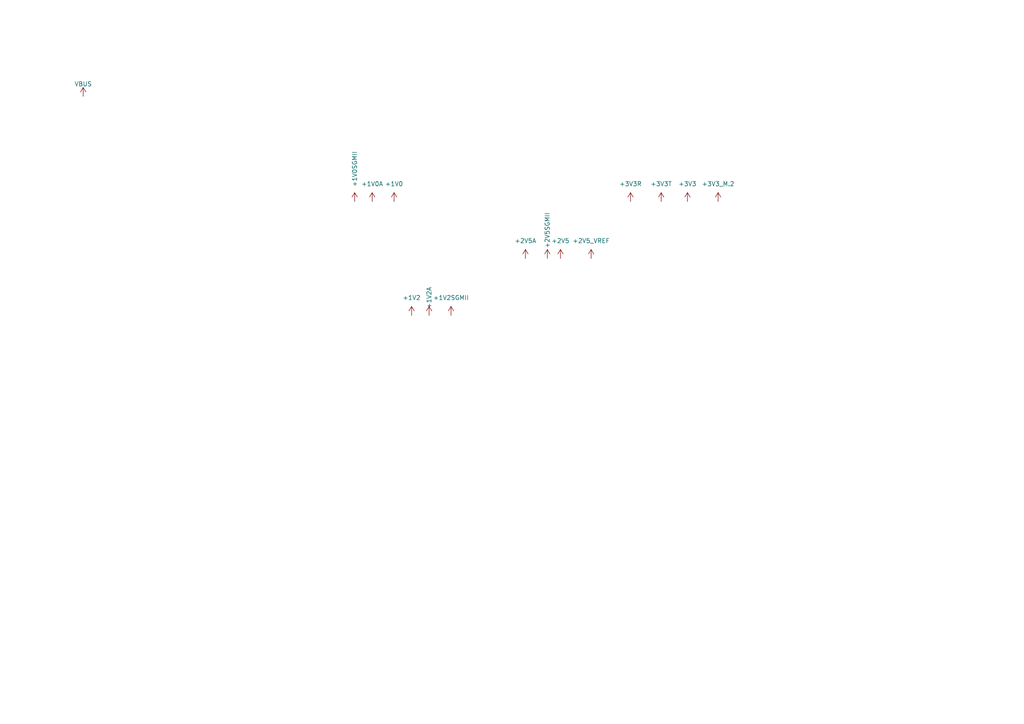
<source format=kicad_sch>
(kicad_sch (version 20250114) (generator "eeschema") (generator_version "9.0")
  (paper "A4")
  (lib_symbols
    (symbol "power:+1V0" (power) (pin_numbers (hide yes)) (pin_names (offset 0) (hide yes))
      (property "Value" "+1V0" (at 0 3.556 0))
      (symbol "+1V0_0_1"
        (polyline (pts (xy -0.762 1.27) (xy 0 2.54)))
        (polyline (pts (xy 0 2.54) (xy 0.762 1.27)))
        (polyline (pts (xy 0 0) (xy 0 2.54)))
      )
      (symbol "+1V0_1_1"
        (pin power_in line (at 0 0 90) (length 0) (name "~") (number "1"))
      )
    )
    (symbol "power:+1V2" (power) (pin_numbers (hide yes)) (pin_names (offset 0) (hide yes))
      (property "Value" "+1V2" (at 0 3.556 0))
      (symbol "+1V2_0_1"
        (polyline (pts (xy -0.762 1.27) (xy 0 2.54)))
        (polyline (pts (xy 0 2.54) (xy 0.762 1.27)))
        (polyline (pts (xy 0 0) (xy 0 2.54)))
      )
      (symbol "+1V2_1_1"
        (pin power_in line (at 0 0 90) (length 0) (name "~") (number "1"))
      )
    )
    (symbol "power:+2V5" (power) (pin_numbers (hide yes)) (pin_names (offset 0) (hide yes))
      (property "Value" "+2V5" (at 0 3.556 0))
      (symbol "+2V5_0_1"
        (polyline (pts (xy -0.762 1.27) (xy 0 2.54)))
        (polyline (pts (xy 0 2.54) (xy 0.762 1.27)))
        (polyline (pts (xy 0 0) (xy 0 2.54)))
      )
      (symbol "+2V5_1_1"
        (pin power_in line (at 0 0 90) (length 0) (name "~") (number "1"))
      )
    )
    (symbol "power:+3V3" (power) (pin_numbers (hide yes)) (pin_names (offset 0) (hide yes))
      (property "Value" "+3V3" (at 0 3.556 0))
      (symbol "+3V3_0_1"
        (polyline (pts (xy -0.762 1.27) (xy 0 2.54)))
        (polyline (pts (xy 0 2.54) (xy 0.762 1.27)))
        (polyline (pts (xy 0 0) (xy 0 2.54)))
      )
      (symbol "+3V3_1_1"
        (pin power_in line (at 0 0 90) (length 0) (name "~") (number "1"))
      )
    )
    (symbol "power:VBUS" (power) (pin_names (offset 0))
      (property "Value" "VBUS" (at 0 3.81 0))
      (symbol "VBUS_0_1"
        (polyline (pts (xy -0.762 1.27) (xy 0 2.54)))
        (polyline (pts (xy 0 2.54) (xy 0.762 1.27)))
        (polyline (pts (xy 0 0) (xy 0 2.54)))
      )
      (symbol "VBUS_1_1"
        (pin power_in line (at 0 0 90) (length 0) (hide yes) (name "VBUS") (number "1"))
      )
    )
  )
  (symbol (lib_id "power:+2V5") (at 158.75 74.93 0) (unit 1)
    (property "Reference" "#PWR0226" (effects (hide yes)))
    (property "Value" "+2V5SGMII" (at 158.75 66.802 90))
    (property "Description" "Power symbol creates a global label with name \"+2V5\"" (effects (hide yes)))
  )
  (symbol (lib_id "power:+1V0") (at 102.87 58.42 0) (unit 1)
    (property "Reference" "#PWR0220" (effects (hide yes)))
    (property "Value" "+1V0SGMII" (at 102.87 49.022 90))
    (property "Description" "Power symbol creates a global label with name \"+1V0\"" (effects (hide yes)))
  )
  (symbol (lib_id "power:+2V5") (at 162.56 74.93 0) (unit 1)
    (property "Reference" "#PWR0230" (effects (hide yes)))
    (property "Value" "+2V5" (at 162.56 69.85 0))
    (property "Description" "Power symbol creates a global label with name \"+2V5\"" (effects (hide yes)))
  )
  (symbol (lib_id "power:VBUS") (at 24.13 27.94 0) (unit 1)
    (property "Reference" "#PWR038" (effects (hide yes)))
    (property "Value" "VBUS" (at 24.13 24.3642 0))
  )
  (symbol (lib_id "power:+1V2") (at 124.46 91.44 0) (unit 1)
    (property "Reference" "#PWR0227" (effects (hide yes)))
    (property "Value" "+1V2A" (at 124.46 86.36 90))
    (property "Description" "Power symbol creates a global label with name \"+1V2\"" (effects (hide yes)))
  )
  (symbol (lib_id "power:+1V0") (at 114.3 58.42 0) (unit 1)
    (property "Reference" "#PWR0216" (effects (hide yes)))
    (property "Value" "+1V0" (at 114.3 53.34 0))
    (property "Description" "Power symbol creates a global label with name \"+1V0\"" (effects (hide yes)))
  )
  (symbol (lib_id "power:+3V3") (at 199.39 58.42 0) (unit 1)
    (property "Reference" "#PWR0222" (effects (hide yes)))
    (property "Value" "+3V3" (at 199.39 53.34 0))
    (property "Description" "Power symbol creates a global label with name \"+3V3\"" (effects (hide yes)))
  )
  (symbol (lib_id "power:+3V3") (at 182.88 58.42 0) (mirror y) (unit 1)
    (property "Reference" "#PWR0224" (effects (hide yes)))
    (property "Value" "+3V3R" (at 182.88 53.34 0))
    (property "Description" "Power symbol creates a global label with name \"+3V3\"" (effects (hide yes)))
  )
  (symbol (lib_id "power:+1V2") (at 130.81 91.44 0) (unit 1)
    (property "Reference" "#PWR0231" (effects (hide yes)))
    (property "Value" "+1V2SGMII" (at 130.81 86.36 0))
    (property "Description" "Power symbol creates a global label with name \"+1V2\"" (effects (hide yes)))
  )
  (symbol (lib_id "power:+1V0") (at 107.95 58.42 0) (unit 1)
    (property "Reference" "#PWR0218" (effects (hide yes)))
    (property "Value" "+1V0A" (at 107.95 53.34 0))
    (property "Description" "Power symbol creates a global label with name \"+1V0\"" (effects (hide yes)))
  )
  (symbol (lib_id "power:+2V5") (at 152.4 74.93 0) (unit 1)
    (property "Reference" "#PWR0217" (effects (hide yes)))
    (property "Value" "+2V5A" (at 152.4 69.85 0))
    (property "Description" "Power symbol creates a global label with name \"+2V5\"" (effects (hide yes)))
  )
  (symbol (lib_id "power:+3V3") (at 208.28 58.42 0) (unit 1)
    (property "Reference" "#PWR0257" (effects (hide yes)))
    (property "Value" "+3V3_M.2" (at 208.28 53.34 0))
    (property "Description" "Power symbol creates a global label with name \"+3V3\"" (effects (hide yes)))
  )
  (symbol (lib_id "power:+2V5") (at 171.45 74.93 0) (unit 1)
    (property "Reference" "#PWR040" (effects (hide yes)))
    (property "Value" "+2V5_VREF" (at 171.45 69.85 0))
    (property "Description" "Power symbol creates a global label with name \"+2V5\"" (effects (hide yes)))
  )
  (symbol (lib_id "power:+1V2") (at 119.38 91.44 0) (unit 1)
    (property "Reference" "#PWR0229" (effects (hide yes)))
    (property "Value" "+1V2" (at 119.38 86.36 0))
    (property "Description" "Power symbol creates a global label with name \"+1V2\"" (effects (hide yes)))
  )
  (symbol (lib_id "power:+3V3") (at 191.77 58.42 0) (mirror y) (unit 1)
    (property "Reference" "#PWR0225" (effects (hide yes)))
    (property "Value" "+3V3T" (at 191.77 53.34 0))
    (property "Description" "Power symbol creates a global label with name \"+3V3\"" (effects (hide yes)))
  )
)
</source>
